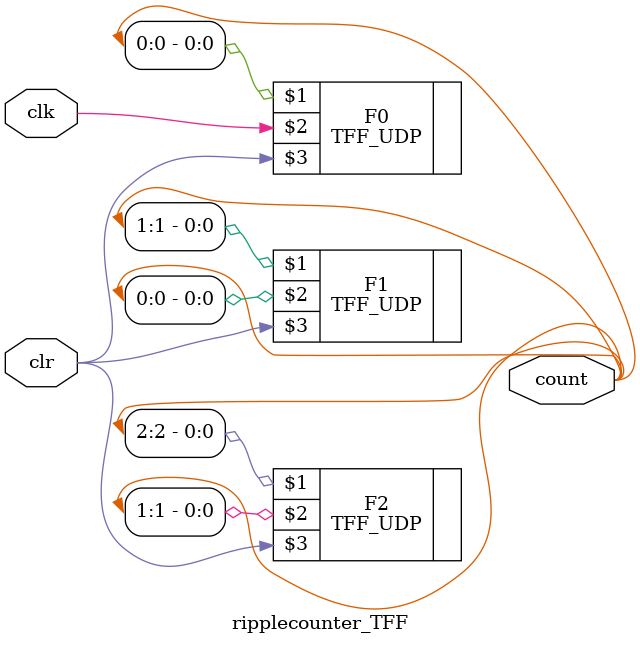
<source format=v>
`timescale 1ns / 1ps

module ripplecounter_TFF(clk,clr,count);
    input clk,clr;
    output [2:0] count;

    TFF_UDP F0(count[0],clk,clr);
    TFF_UDP F1(count[1],count[0],clr);
    TFF_UDP F2(count[2],count[1],clr);
//    TFF_UDP F3(count[3],count[2],clr);
//    TFF_UDP F4(count[4],count[3],clr);
//    TFF_UDP F5(count[5],count[4],clr);
            
endmodule

</source>
